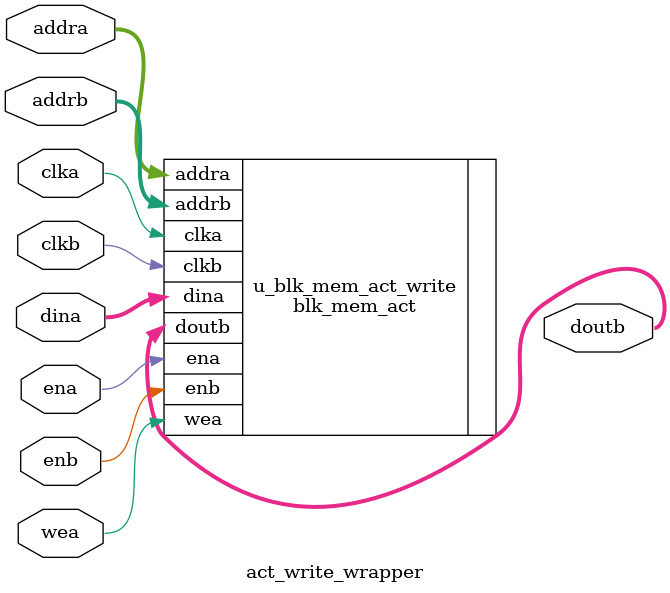
<source format=v>
`timescale 1ns / 1ps


module act_write_wrapper(
    clka  ,
    ena   ,
    wea   ,
    addra ,
    dina  ,
    clkb  ,
    enb   ,
    addrb ,
    doutb 
    );

    input clka  ;
    input ena   ;
    input wea   ;
    input [11:0] addra ;
    input [63:0] dina  ;
    input clkb  ;
    input enb   ;
    input [11:0] addrb ;
    output [63:0] doutb ;



     blk_mem_act u_blk_mem_act_write(
        .clka                       (clka      ),
        .ena                        (ena       ),
        .wea                        (wea       ),
        .addra                      (addra     ),
        .dina                       (dina      ) ,
        .clkb                       (clkb      ),
        .enb                        (enb       ),
        .addrb                      (addrb     ),
        .doutb                      (doutb     )
    );
endmodule

</source>
